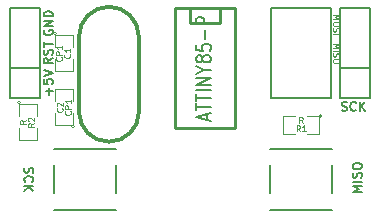
<source format=gto>
G04 (created by PCBNEW (2013-07-07 BZR 4022)-stable) date 9/10/2013 12:20:35 AM*
%MOIN*%
G04 Gerber Fmt 3.4, Leading zero omitted, Abs format*
%FSLAX34Y34*%
G01*
G70*
G90*
G04 APERTURE LIST*
%ADD10C,0.00590551*%
%ADD11C,0.005*%
%ADD12C,0.002*%
%ADD13C,0.0039*%
%ADD14C,0.008*%
%ADD15C,0.006*%
%ADD16C,0.0125*%
%ADD17C,0.01*%
%ADD18C,0.0043*%
%ADD19C,0.012*%
G04 APERTURE END LIST*
G54D10*
G54D11*
X94221Y-63621D02*
X93921Y-63621D01*
X94135Y-63521D01*
X93921Y-63421D01*
X94221Y-63421D01*
X94221Y-63278D02*
X93921Y-63278D01*
X94207Y-63150D02*
X94221Y-63107D01*
X94221Y-63035D01*
X94207Y-63007D01*
X94192Y-62992D01*
X94164Y-62978D01*
X94135Y-62978D01*
X94107Y-62992D01*
X94092Y-63007D01*
X94078Y-63035D01*
X94064Y-63092D01*
X94050Y-63121D01*
X94035Y-63135D01*
X94007Y-63150D01*
X93978Y-63150D01*
X93950Y-63135D01*
X93935Y-63121D01*
X93921Y-63092D01*
X93921Y-63021D01*
X93935Y-62978D01*
X93921Y-62792D02*
X93921Y-62735D01*
X93935Y-62707D01*
X93964Y-62678D01*
X94021Y-62664D01*
X94121Y-62664D01*
X94178Y-62678D01*
X94207Y-62707D01*
X94221Y-62735D01*
X94221Y-62792D01*
X94207Y-62821D01*
X94178Y-62850D01*
X94121Y-62864D01*
X94021Y-62864D01*
X93964Y-62850D01*
X93935Y-62821D01*
X93921Y-62792D01*
X82992Y-62814D02*
X82978Y-62857D01*
X82978Y-62928D01*
X82992Y-62957D01*
X83007Y-62971D01*
X83035Y-62985D01*
X83064Y-62985D01*
X83092Y-62971D01*
X83107Y-62957D01*
X83121Y-62928D01*
X83135Y-62871D01*
X83150Y-62842D01*
X83164Y-62828D01*
X83192Y-62814D01*
X83221Y-62814D01*
X83250Y-62828D01*
X83264Y-62842D01*
X83278Y-62871D01*
X83278Y-62942D01*
X83264Y-62985D01*
X83007Y-63285D02*
X82992Y-63271D01*
X82978Y-63228D01*
X82978Y-63200D01*
X82992Y-63157D01*
X83021Y-63128D01*
X83050Y-63114D01*
X83107Y-63100D01*
X83150Y-63100D01*
X83207Y-63114D01*
X83235Y-63128D01*
X83264Y-63157D01*
X83278Y-63200D01*
X83278Y-63228D01*
X83264Y-63271D01*
X83250Y-63285D01*
X82978Y-63414D02*
X83278Y-63414D01*
X82978Y-63585D02*
X83150Y-63457D01*
X83278Y-63585D02*
X83107Y-63414D01*
X93564Y-60907D02*
X93607Y-60921D01*
X93678Y-60921D01*
X93707Y-60907D01*
X93721Y-60892D01*
X93735Y-60864D01*
X93735Y-60835D01*
X93721Y-60807D01*
X93707Y-60792D01*
X93678Y-60778D01*
X93621Y-60764D01*
X93592Y-60750D01*
X93578Y-60735D01*
X93564Y-60707D01*
X93564Y-60678D01*
X93578Y-60650D01*
X93592Y-60635D01*
X93621Y-60621D01*
X93692Y-60621D01*
X93735Y-60635D01*
X94035Y-60892D02*
X94021Y-60907D01*
X93978Y-60921D01*
X93950Y-60921D01*
X93907Y-60907D01*
X93878Y-60878D01*
X93864Y-60850D01*
X93850Y-60792D01*
X93850Y-60750D01*
X93864Y-60692D01*
X93878Y-60664D01*
X93907Y-60635D01*
X93950Y-60621D01*
X93978Y-60621D01*
X94021Y-60635D01*
X94035Y-60650D01*
X94164Y-60921D02*
X94164Y-60621D01*
X94335Y-60921D02*
X94207Y-60750D01*
X94335Y-60621D02*
X94164Y-60792D01*
G54D12*
X93269Y-58685D02*
X93469Y-58685D01*
X93326Y-58752D01*
X93469Y-58819D01*
X93269Y-58819D01*
X93269Y-58914D02*
X93469Y-58914D01*
X93278Y-59000D02*
X93269Y-59028D01*
X93269Y-59076D01*
X93278Y-59095D01*
X93288Y-59104D01*
X93307Y-59114D01*
X93326Y-59114D01*
X93345Y-59104D01*
X93354Y-59095D01*
X93364Y-59076D01*
X93373Y-59038D01*
X93383Y-59019D01*
X93392Y-59009D01*
X93411Y-59000D01*
X93430Y-59000D01*
X93450Y-59009D01*
X93459Y-59019D01*
X93469Y-59038D01*
X93469Y-59085D01*
X93459Y-59114D01*
X93469Y-59238D02*
X93469Y-59276D01*
X93459Y-59295D01*
X93440Y-59314D01*
X93402Y-59323D01*
X93335Y-59323D01*
X93297Y-59314D01*
X93278Y-59295D01*
X93269Y-59276D01*
X93269Y-59238D01*
X93278Y-59219D01*
X93297Y-59200D01*
X93335Y-59190D01*
X93402Y-59190D01*
X93440Y-59200D01*
X93459Y-59219D01*
X93469Y-59238D01*
X93269Y-57735D02*
X93469Y-57735D01*
X93326Y-57802D01*
X93469Y-57869D01*
X93269Y-57869D01*
X93469Y-58002D02*
X93469Y-58040D01*
X93459Y-58059D01*
X93440Y-58078D01*
X93402Y-58088D01*
X93335Y-58088D01*
X93297Y-58078D01*
X93278Y-58059D01*
X93269Y-58040D01*
X93269Y-58002D01*
X93278Y-57983D01*
X93297Y-57964D01*
X93335Y-57954D01*
X93402Y-57954D01*
X93440Y-57964D01*
X93459Y-57983D01*
X93469Y-58002D01*
X93278Y-58164D02*
X93269Y-58192D01*
X93269Y-58240D01*
X93278Y-58259D01*
X93288Y-58269D01*
X93307Y-58278D01*
X93326Y-58278D01*
X93345Y-58269D01*
X93354Y-58259D01*
X93364Y-58240D01*
X93373Y-58202D01*
X93383Y-58183D01*
X93392Y-58173D01*
X93411Y-58164D01*
X93430Y-58164D01*
X93450Y-58173D01*
X93459Y-58183D01*
X93469Y-58202D01*
X93469Y-58249D01*
X93459Y-58278D01*
X93269Y-58364D02*
X93469Y-58364D01*
G54D11*
X83807Y-60385D02*
X83807Y-60157D01*
X83921Y-60271D02*
X83692Y-60271D01*
X83621Y-59871D02*
X83621Y-60014D01*
X83764Y-60028D01*
X83750Y-60014D01*
X83735Y-59985D01*
X83735Y-59914D01*
X83750Y-59885D01*
X83764Y-59871D01*
X83792Y-59857D01*
X83864Y-59857D01*
X83892Y-59871D01*
X83907Y-59885D01*
X83921Y-59914D01*
X83921Y-59985D01*
X83907Y-60014D01*
X83892Y-60028D01*
X83621Y-59771D02*
X83921Y-59671D01*
X83621Y-59571D01*
X83921Y-59164D02*
X83778Y-59264D01*
X83921Y-59335D02*
X83621Y-59335D01*
X83621Y-59221D01*
X83635Y-59192D01*
X83650Y-59178D01*
X83678Y-59164D01*
X83721Y-59164D01*
X83750Y-59178D01*
X83764Y-59192D01*
X83778Y-59221D01*
X83778Y-59335D01*
X83907Y-59049D02*
X83921Y-59007D01*
X83921Y-58935D01*
X83907Y-58907D01*
X83892Y-58892D01*
X83864Y-58878D01*
X83835Y-58878D01*
X83807Y-58892D01*
X83792Y-58907D01*
X83778Y-58935D01*
X83764Y-58992D01*
X83750Y-59021D01*
X83735Y-59035D01*
X83707Y-59049D01*
X83678Y-59049D01*
X83650Y-59035D01*
X83635Y-59021D01*
X83621Y-58992D01*
X83621Y-58921D01*
X83635Y-58878D01*
X83621Y-58792D02*
X83621Y-58621D01*
X83921Y-58707D02*
X83621Y-58707D01*
X83635Y-58228D02*
X83621Y-58257D01*
X83621Y-58300D01*
X83635Y-58342D01*
X83664Y-58371D01*
X83692Y-58385D01*
X83750Y-58400D01*
X83792Y-58400D01*
X83850Y-58385D01*
X83878Y-58371D01*
X83907Y-58342D01*
X83921Y-58300D01*
X83921Y-58271D01*
X83907Y-58228D01*
X83892Y-58214D01*
X83792Y-58214D01*
X83792Y-58271D01*
X83921Y-58085D02*
X83621Y-58085D01*
X83921Y-57914D01*
X83621Y-57914D01*
X83921Y-57771D02*
X83621Y-57771D01*
X83621Y-57700D01*
X83635Y-57657D01*
X83664Y-57628D01*
X83692Y-57614D01*
X83750Y-57600D01*
X83792Y-57600D01*
X83850Y-57614D01*
X83878Y-57628D01*
X83907Y-57657D01*
X83921Y-57700D01*
X83921Y-57771D01*
G54D13*
X84050Y-58350D02*
G75*
G03X84050Y-58350I-50J0D01*
G74*
G01*
X84000Y-58800D02*
X84000Y-58400D01*
X84000Y-58400D02*
X84600Y-58400D01*
X84600Y-58400D02*
X84600Y-58800D01*
X84600Y-59200D02*
X84600Y-59600D01*
X84600Y-59600D02*
X84000Y-59600D01*
X84000Y-59600D02*
X84000Y-59200D01*
X84650Y-61450D02*
G75*
G03X84650Y-61450I-50J0D01*
G74*
G01*
X84600Y-61000D02*
X84600Y-61400D01*
X84600Y-61400D02*
X84000Y-61400D01*
X84000Y-61400D02*
X84000Y-61000D01*
X84000Y-60600D02*
X84000Y-60200D01*
X84000Y-60200D02*
X84600Y-60200D01*
X84600Y-60200D02*
X84600Y-60600D01*
X92900Y-61100D02*
G75*
G03X92900Y-61100I-50J0D01*
G74*
G01*
X92400Y-61100D02*
X92800Y-61100D01*
X92800Y-61100D02*
X92800Y-61700D01*
X92800Y-61700D02*
X92400Y-61700D01*
X92000Y-61700D02*
X91600Y-61700D01*
X91600Y-61700D02*
X91600Y-61100D01*
X91600Y-61100D02*
X92000Y-61100D01*
X82850Y-60650D02*
G75*
G03X82850Y-60650I-50J0D01*
G74*
G01*
X82800Y-61100D02*
X82800Y-60700D01*
X82800Y-60700D02*
X83400Y-60700D01*
X83400Y-60700D02*
X83400Y-61100D01*
X83400Y-61500D02*
X83400Y-61900D01*
X83400Y-61900D02*
X82800Y-61900D01*
X82800Y-61900D02*
X82800Y-61500D01*
G54D14*
X93200Y-57500D02*
X93200Y-60500D01*
X91200Y-60500D02*
X91200Y-57500D01*
X91200Y-57500D02*
X93200Y-57500D01*
X93200Y-60500D02*
X91200Y-60500D01*
G54D15*
X83500Y-60500D02*
X82500Y-60500D01*
X82500Y-60500D02*
X82500Y-57500D01*
X82500Y-57500D02*
X83500Y-57500D01*
X83500Y-57500D02*
X83500Y-60500D01*
X82500Y-59500D02*
X83500Y-59500D01*
X94500Y-60500D02*
X93500Y-60500D01*
X93500Y-60500D02*
X93500Y-57500D01*
X93500Y-57500D02*
X94500Y-57500D01*
X94500Y-57500D02*
X94500Y-60500D01*
X93500Y-59500D02*
X94500Y-59500D01*
G54D16*
X86800Y-60950D02*
X86800Y-58450D01*
X84800Y-60950D02*
X84800Y-58450D01*
X85800Y-57450D02*
G75*
G03X84800Y-58450I0J-1000D01*
G74*
G01*
X86800Y-58450D02*
G75*
G03X85800Y-57450I-1000J0D01*
G74*
G01*
X84800Y-60950D02*
G75*
G03X85800Y-61950I1000J0D01*
G74*
G01*
X85800Y-61950D02*
G75*
G03X86800Y-60950I0J1000D01*
G74*
G01*
G54D17*
X89500Y-57500D02*
X89500Y-58000D01*
X89500Y-58000D02*
X88500Y-58000D01*
X88500Y-58000D02*
X88500Y-57500D01*
X90000Y-57500D02*
X90000Y-61500D01*
X90000Y-61500D02*
X88000Y-61500D01*
X88000Y-61500D02*
X88000Y-57500D01*
X88000Y-57500D02*
X90000Y-57500D01*
G54D10*
X91176Y-64223D02*
X93223Y-64223D01*
X91176Y-62727D02*
X91176Y-63672D01*
X93223Y-62176D02*
X91176Y-62176D01*
X93223Y-63672D02*
X93223Y-62727D01*
X83976Y-64223D02*
X86023Y-64223D01*
X83976Y-62727D02*
X83976Y-63672D01*
X86023Y-62176D02*
X83976Y-62176D01*
X86023Y-63672D02*
X86023Y-62727D01*
G54D18*
X84485Y-59032D02*
X84495Y-59042D01*
X84504Y-59070D01*
X84504Y-59089D01*
X84495Y-59117D01*
X84476Y-59136D01*
X84457Y-59145D01*
X84420Y-59154D01*
X84392Y-59154D01*
X84354Y-59145D01*
X84335Y-59136D01*
X84317Y-59117D01*
X84307Y-59089D01*
X84307Y-59070D01*
X84317Y-59042D01*
X84326Y-59032D01*
X84504Y-58845D02*
X84504Y-58957D01*
X84504Y-58901D02*
X84307Y-58901D01*
X84335Y-58920D01*
X84354Y-58939D01*
X84364Y-58957D01*
X84210Y-59131D02*
X84220Y-59140D01*
X84229Y-59168D01*
X84229Y-59187D01*
X84220Y-59215D01*
X84201Y-59234D01*
X84182Y-59243D01*
X84145Y-59253D01*
X84117Y-59253D01*
X84079Y-59243D01*
X84060Y-59234D01*
X84042Y-59215D01*
X84032Y-59187D01*
X84032Y-59168D01*
X84042Y-59140D01*
X84051Y-59131D01*
X84229Y-59046D02*
X84032Y-59046D01*
X84032Y-58971D01*
X84042Y-58953D01*
X84051Y-58943D01*
X84070Y-58934D01*
X84098Y-58934D01*
X84117Y-58943D01*
X84126Y-58953D01*
X84135Y-58971D01*
X84135Y-59046D01*
X84229Y-58746D02*
X84229Y-58859D01*
X84229Y-58803D02*
X84032Y-58803D01*
X84060Y-58821D01*
X84079Y-58840D01*
X84089Y-58859D01*
X84235Y-60832D02*
X84245Y-60842D01*
X84254Y-60870D01*
X84254Y-60889D01*
X84245Y-60917D01*
X84226Y-60936D01*
X84207Y-60945D01*
X84170Y-60954D01*
X84142Y-60954D01*
X84104Y-60945D01*
X84085Y-60936D01*
X84067Y-60917D01*
X84057Y-60889D01*
X84057Y-60870D01*
X84067Y-60842D01*
X84076Y-60832D01*
X84076Y-60757D02*
X84067Y-60748D01*
X84057Y-60729D01*
X84057Y-60682D01*
X84067Y-60663D01*
X84076Y-60654D01*
X84095Y-60645D01*
X84114Y-60645D01*
X84142Y-60654D01*
X84254Y-60767D01*
X84254Y-60645D01*
X84510Y-60931D02*
X84520Y-60940D01*
X84529Y-60968D01*
X84529Y-60987D01*
X84520Y-61015D01*
X84501Y-61034D01*
X84482Y-61043D01*
X84445Y-61053D01*
X84417Y-61053D01*
X84379Y-61043D01*
X84360Y-61034D01*
X84342Y-61015D01*
X84332Y-60987D01*
X84332Y-60968D01*
X84342Y-60940D01*
X84351Y-60931D01*
X84529Y-60846D02*
X84332Y-60846D01*
X84332Y-60771D01*
X84342Y-60753D01*
X84351Y-60743D01*
X84370Y-60734D01*
X84398Y-60734D01*
X84417Y-60743D01*
X84426Y-60753D01*
X84435Y-60771D01*
X84435Y-60846D01*
X84529Y-60546D02*
X84529Y-60659D01*
X84529Y-60603D02*
X84332Y-60603D01*
X84360Y-60621D01*
X84379Y-60640D01*
X84389Y-60659D01*
X92167Y-61604D02*
X92101Y-61510D01*
X92054Y-61604D02*
X92054Y-61407D01*
X92129Y-61407D01*
X92148Y-61417D01*
X92157Y-61426D01*
X92167Y-61445D01*
X92167Y-61473D01*
X92157Y-61492D01*
X92148Y-61501D01*
X92129Y-61510D01*
X92054Y-61510D01*
X92354Y-61604D02*
X92242Y-61604D01*
X92298Y-61604D02*
X92298Y-61407D01*
X92279Y-61435D01*
X92260Y-61454D01*
X92242Y-61464D01*
X92260Y-61329D02*
X92195Y-61235D01*
X92148Y-61329D02*
X92148Y-61132D01*
X92223Y-61132D01*
X92242Y-61142D01*
X92251Y-61151D01*
X92260Y-61170D01*
X92260Y-61198D01*
X92251Y-61217D01*
X92242Y-61226D01*
X92223Y-61235D01*
X92148Y-61235D01*
X83304Y-61332D02*
X83210Y-61398D01*
X83304Y-61445D02*
X83107Y-61445D01*
X83107Y-61370D01*
X83117Y-61351D01*
X83126Y-61342D01*
X83145Y-61332D01*
X83173Y-61332D01*
X83192Y-61342D01*
X83201Y-61351D01*
X83210Y-61370D01*
X83210Y-61445D01*
X83126Y-61257D02*
X83117Y-61248D01*
X83107Y-61229D01*
X83107Y-61182D01*
X83117Y-61163D01*
X83126Y-61154D01*
X83145Y-61145D01*
X83164Y-61145D01*
X83192Y-61154D01*
X83304Y-61267D01*
X83304Y-61145D01*
X83029Y-61239D02*
X82935Y-61304D01*
X83029Y-61351D02*
X82832Y-61351D01*
X82832Y-61276D01*
X82842Y-61257D01*
X82851Y-61248D01*
X82870Y-61239D01*
X82898Y-61239D01*
X82917Y-61248D01*
X82926Y-61257D01*
X82935Y-61276D01*
X82935Y-61351D01*
G54D14*
G54D15*
G54D19*
G54D14*
X89059Y-61204D02*
X89059Y-61014D01*
X89202Y-61242D02*
X88702Y-61109D01*
X89202Y-60976D01*
X88702Y-60900D02*
X88702Y-60671D01*
X89202Y-60785D02*
X88702Y-60785D01*
X88702Y-60595D02*
X88702Y-60366D01*
X89202Y-60480D02*
X88702Y-60480D01*
X89202Y-60233D02*
X88702Y-60233D01*
X89202Y-60042D02*
X88702Y-60042D01*
X89202Y-59814D01*
X88702Y-59814D01*
X88964Y-59547D02*
X89202Y-59547D01*
X88702Y-59680D02*
X88964Y-59547D01*
X88702Y-59414D01*
X88916Y-59223D02*
X88892Y-59261D01*
X88869Y-59280D01*
X88821Y-59300D01*
X88797Y-59300D01*
X88750Y-59280D01*
X88726Y-59261D01*
X88702Y-59223D01*
X88702Y-59147D01*
X88726Y-59109D01*
X88750Y-59090D01*
X88797Y-59071D01*
X88821Y-59071D01*
X88869Y-59090D01*
X88892Y-59109D01*
X88916Y-59147D01*
X88916Y-59223D01*
X88940Y-59261D01*
X88964Y-59280D01*
X89011Y-59300D01*
X89107Y-59300D01*
X89154Y-59280D01*
X89178Y-59261D01*
X89202Y-59223D01*
X89202Y-59147D01*
X89178Y-59109D01*
X89154Y-59090D01*
X89107Y-59071D01*
X89011Y-59071D01*
X88964Y-59090D01*
X88940Y-59109D01*
X88916Y-59147D01*
X88702Y-58709D02*
X88702Y-58900D01*
X88940Y-58919D01*
X88916Y-58900D01*
X88892Y-58861D01*
X88892Y-58766D01*
X88916Y-58728D01*
X88940Y-58709D01*
X88988Y-58690D01*
X89107Y-58690D01*
X89154Y-58709D01*
X89178Y-58728D01*
X89202Y-58766D01*
X89202Y-58861D01*
X89178Y-58900D01*
X89154Y-58919D01*
X89011Y-58519D02*
X89011Y-58214D01*
X89202Y-58023D02*
X88702Y-58023D01*
X88702Y-57871D01*
X88726Y-57833D01*
X88750Y-57814D01*
X88797Y-57795D01*
X88869Y-57795D01*
X88916Y-57814D01*
X88940Y-57833D01*
X88964Y-57871D01*
X88964Y-58023D01*
M02*

</source>
